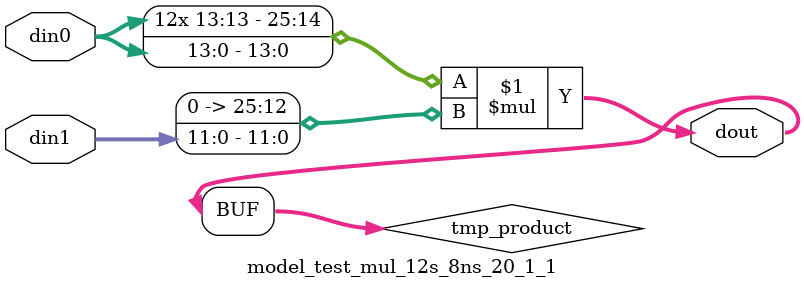
<source format=v>

`timescale 1 ns / 1 ps

  module model_test_mul_12s_8ns_20_1_1(din0, din1, dout);
parameter ID = 1;
parameter NUM_STAGE = 0;
parameter din0_WIDTH = 14;
parameter din1_WIDTH = 12;
parameter dout_WIDTH = 26;

input [din0_WIDTH - 1 : 0] din0; 
input [din1_WIDTH - 1 : 0] din1; 
output [dout_WIDTH - 1 : 0] dout;

wire signed [dout_WIDTH - 1 : 0] tmp_product;












assign tmp_product = $signed(din0) * $signed({1'b0, din1});









assign dout = tmp_product;







endmodule

</source>
